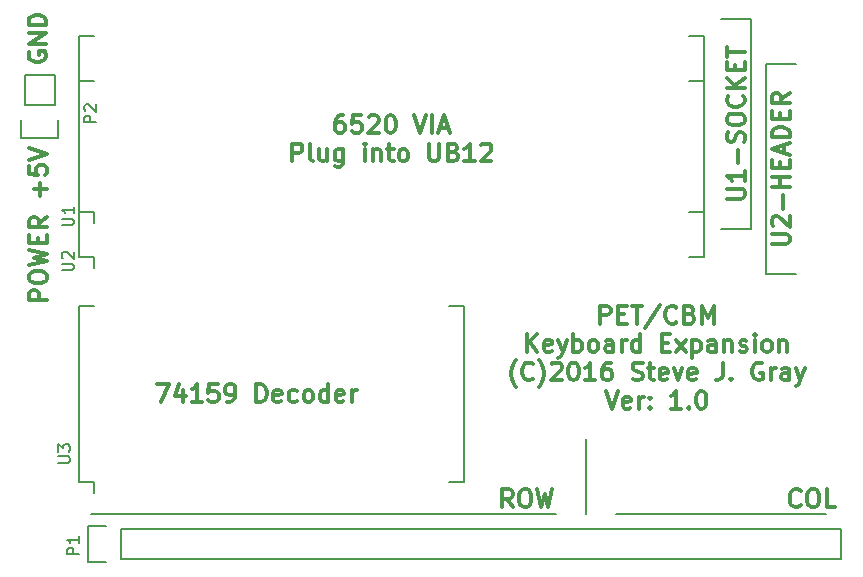
<source format=gto>
G04 #@! TF.FileFunction,Legend,Top*
%FSLAX46Y46*%
G04 Gerber Fmt 4.6, Leading zero omitted, Abs format (unit mm)*
G04 Created by KiCad (PCBNEW 4.0.2-stable) date 2016-04-27 10:36:02 AM*
%MOMM*%
G01*
G04 APERTURE LIST*
%ADD10C,0.100000*%
%ADD11C,0.300000*%
%ADD12C,0.200000*%
%ADD13C,0.150000*%
G04 APERTURE END LIST*
D10*
D11*
X112851500Y-62483857D02*
X112780071Y-62626714D01*
X112780071Y-62841000D01*
X112851500Y-63055285D01*
X112994357Y-63198143D01*
X113137214Y-63269571D01*
X113422929Y-63341000D01*
X113637214Y-63341000D01*
X113922929Y-63269571D01*
X114065786Y-63198143D01*
X114208643Y-63055285D01*
X114280071Y-62841000D01*
X114280071Y-62698143D01*
X114208643Y-62483857D01*
X114137214Y-62412428D01*
X113637214Y-62412428D01*
X113637214Y-62698143D01*
X114280071Y-61769571D02*
X112780071Y-61769571D01*
X114280071Y-60912428D01*
X112780071Y-60912428D01*
X114280071Y-60198142D02*
X112780071Y-60198142D01*
X112780071Y-59840999D01*
X112851500Y-59626714D01*
X112994357Y-59483856D01*
X113137214Y-59412428D01*
X113422929Y-59340999D01*
X113637214Y-59340999D01*
X113922929Y-59412428D01*
X114065786Y-59483856D01*
X114208643Y-59626714D01*
X114280071Y-59840999D01*
X114280071Y-60198142D01*
D12*
X160020000Y-95250000D02*
X160020000Y-101600000D01*
D11*
X114343571Y-83473928D02*
X112843571Y-83473928D01*
X112843571Y-82902500D01*
X112915000Y-82759642D01*
X112986429Y-82688214D01*
X113129286Y-82616785D01*
X113343571Y-82616785D01*
X113486429Y-82688214D01*
X113557857Y-82759642D01*
X113629286Y-82902500D01*
X113629286Y-83473928D01*
X112843571Y-81688214D02*
X112843571Y-81402500D01*
X112915000Y-81259642D01*
X113057857Y-81116785D01*
X113343571Y-81045357D01*
X113843571Y-81045357D01*
X114129286Y-81116785D01*
X114272143Y-81259642D01*
X114343571Y-81402500D01*
X114343571Y-81688214D01*
X114272143Y-81831071D01*
X114129286Y-81973928D01*
X113843571Y-82045357D01*
X113343571Y-82045357D01*
X113057857Y-81973928D01*
X112915000Y-81831071D01*
X112843571Y-81688214D01*
X112843571Y-80545356D02*
X114343571Y-80188213D01*
X113272143Y-79902499D01*
X114343571Y-79616785D01*
X112843571Y-79259642D01*
X113557857Y-78688213D02*
X113557857Y-78188213D01*
X114343571Y-77973927D02*
X114343571Y-78688213D01*
X112843571Y-78688213D01*
X112843571Y-77973927D01*
X114343571Y-76473927D02*
X113629286Y-76973927D01*
X114343571Y-77331070D02*
X112843571Y-77331070D01*
X112843571Y-76759642D01*
X112915000Y-76616784D01*
X112986429Y-76545356D01*
X113129286Y-76473927D01*
X113343571Y-76473927D01*
X113486429Y-76545356D01*
X113557857Y-76616784D01*
X113629286Y-76759642D01*
X113629286Y-77331070D01*
X113772143Y-74688213D02*
X113772143Y-73545356D01*
X114343571Y-74116785D02*
X113200714Y-74116785D01*
X112843571Y-72116784D02*
X112843571Y-72831070D01*
X113557857Y-72902499D01*
X113486429Y-72831070D01*
X113415000Y-72688213D01*
X113415000Y-72331070D01*
X113486429Y-72188213D01*
X113557857Y-72116784D01*
X113700714Y-72045356D01*
X114057857Y-72045356D01*
X114200714Y-72116784D01*
X114272143Y-72188213D01*
X114343571Y-72331070D01*
X114343571Y-72688213D01*
X114272143Y-72831070D01*
X114200714Y-72902499D01*
X112843571Y-71616785D02*
X114343571Y-71116785D01*
X112843571Y-70616785D01*
X139438573Y-67828571D02*
X139152859Y-67828571D01*
X139010002Y-67900000D01*
X138938573Y-67971429D01*
X138795716Y-68185714D01*
X138724287Y-68471429D01*
X138724287Y-69042857D01*
X138795716Y-69185714D01*
X138867144Y-69257143D01*
X139010002Y-69328571D01*
X139295716Y-69328571D01*
X139438573Y-69257143D01*
X139510002Y-69185714D01*
X139581430Y-69042857D01*
X139581430Y-68685714D01*
X139510002Y-68542857D01*
X139438573Y-68471429D01*
X139295716Y-68400000D01*
X139010002Y-68400000D01*
X138867144Y-68471429D01*
X138795716Y-68542857D01*
X138724287Y-68685714D01*
X140938573Y-67828571D02*
X140224287Y-67828571D01*
X140152858Y-68542857D01*
X140224287Y-68471429D01*
X140367144Y-68400000D01*
X140724287Y-68400000D01*
X140867144Y-68471429D01*
X140938573Y-68542857D01*
X141010001Y-68685714D01*
X141010001Y-69042857D01*
X140938573Y-69185714D01*
X140867144Y-69257143D01*
X140724287Y-69328571D01*
X140367144Y-69328571D01*
X140224287Y-69257143D01*
X140152858Y-69185714D01*
X141581429Y-67971429D02*
X141652858Y-67900000D01*
X141795715Y-67828571D01*
X142152858Y-67828571D01*
X142295715Y-67900000D01*
X142367144Y-67971429D01*
X142438572Y-68114286D01*
X142438572Y-68257143D01*
X142367144Y-68471429D01*
X141510001Y-69328571D01*
X142438572Y-69328571D01*
X143367143Y-67828571D02*
X143510000Y-67828571D01*
X143652857Y-67900000D01*
X143724286Y-67971429D01*
X143795715Y-68114286D01*
X143867143Y-68400000D01*
X143867143Y-68757143D01*
X143795715Y-69042857D01*
X143724286Y-69185714D01*
X143652857Y-69257143D01*
X143510000Y-69328571D01*
X143367143Y-69328571D01*
X143224286Y-69257143D01*
X143152857Y-69185714D01*
X143081429Y-69042857D01*
X143010000Y-68757143D01*
X143010000Y-68400000D01*
X143081429Y-68114286D01*
X143152857Y-67971429D01*
X143224286Y-67900000D01*
X143367143Y-67828571D01*
X145438571Y-67828571D02*
X145938571Y-69328571D01*
X146438571Y-67828571D01*
X146938571Y-69328571D02*
X146938571Y-67828571D01*
X147581428Y-68900000D02*
X148295714Y-68900000D01*
X147438571Y-69328571D02*
X147938571Y-67828571D01*
X148438571Y-69328571D01*
X135117143Y-71728571D02*
X135117143Y-70228571D01*
X135688571Y-70228571D01*
X135831429Y-70300000D01*
X135902857Y-70371429D01*
X135974286Y-70514286D01*
X135974286Y-70728571D01*
X135902857Y-70871429D01*
X135831429Y-70942857D01*
X135688571Y-71014286D01*
X135117143Y-71014286D01*
X136831429Y-71728571D02*
X136688571Y-71657143D01*
X136617143Y-71514286D01*
X136617143Y-70228571D01*
X138045714Y-70728571D02*
X138045714Y-71728571D01*
X137402857Y-70728571D02*
X137402857Y-71514286D01*
X137474285Y-71657143D01*
X137617143Y-71728571D01*
X137831428Y-71728571D01*
X137974285Y-71657143D01*
X138045714Y-71585714D01*
X139402857Y-70728571D02*
X139402857Y-71942857D01*
X139331428Y-72085714D01*
X139260000Y-72157143D01*
X139117143Y-72228571D01*
X138902857Y-72228571D01*
X138760000Y-72157143D01*
X139402857Y-71657143D02*
X139260000Y-71728571D01*
X138974286Y-71728571D01*
X138831428Y-71657143D01*
X138760000Y-71585714D01*
X138688571Y-71442857D01*
X138688571Y-71014286D01*
X138760000Y-70871429D01*
X138831428Y-70800000D01*
X138974286Y-70728571D01*
X139260000Y-70728571D01*
X139402857Y-70800000D01*
X141260000Y-71728571D02*
X141260000Y-70728571D01*
X141260000Y-70228571D02*
X141188571Y-70300000D01*
X141260000Y-70371429D01*
X141331428Y-70300000D01*
X141260000Y-70228571D01*
X141260000Y-70371429D01*
X141974286Y-70728571D02*
X141974286Y-71728571D01*
X141974286Y-70871429D02*
X142045714Y-70800000D01*
X142188572Y-70728571D01*
X142402857Y-70728571D01*
X142545714Y-70800000D01*
X142617143Y-70942857D01*
X142617143Y-71728571D01*
X143117143Y-70728571D02*
X143688572Y-70728571D01*
X143331429Y-70228571D02*
X143331429Y-71514286D01*
X143402857Y-71657143D01*
X143545715Y-71728571D01*
X143688572Y-71728571D01*
X144402858Y-71728571D02*
X144260000Y-71657143D01*
X144188572Y-71585714D01*
X144117143Y-71442857D01*
X144117143Y-71014286D01*
X144188572Y-70871429D01*
X144260000Y-70800000D01*
X144402858Y-70728571D01*
X144617143Y-70728571D01*
X144760000Y-70800000D01*
X144831429Y-70871429D01*
X144902858Y-71014286D01*
X144902858Y-71442857D01*
X144831429Y-71585714D01*
X144760000Y-71657143D01*
X144617143Y-71728571D01*
X144402858Y-71728571D01*
X146688572Y-70228571D02*
X146688572Y-71442857D01*
X146760000Y-71585714D01*
X146831429Y-71657143D01*
X146974286Y-71728571D01*
X147260000Y-71728571D01*
X147402858Y-71657143D01*
X147474286Y-71585714D01*
X147545715Y-71442857D01*
X147545715Y-70228571D01*
X148760001Y-70942857D02*
X148974287Y-71014286D01*
X149045715Y-71085714D01*
X149117144Y-71228571D01*
X149117144Y-71442857D01*
X149045715Y-71585714D01*
X148974287Y-71657143D01*
X148831429Y-71728571D01*
X148260001Y-71728571D01*
X148260001Y-70228571D01*
X148760001Y-70228571D01*
X148902858Y-70300000D01*
X148974287Y-70371429D01*
X149045715Y-70514286D01*
X149045715Y-70657143D01*
X148974287Y-70800000D01*
X148902858Y-70871429D01*
X148760001Y-70942857D01*
X148260001Y-70942857D01*
X150545715Y-71728571D02*
X149688572Y-71728571D01*
X150117144Y-71728571D02*
X150117144Y-70228571D01*
X149974287Y-70442857D01*
X149831429Y-70585714D01*
X149688572Y-70657143D01*
X151117143Y-70371429D02*
X151188572Y-70300000D01*
X151331429Y-70228571D01*
X151688572Y-70228571D01*
X151831429Y-70300000D01*
X151902858Y-70371429D01*
X151974286Y-70514286D01*
X151974286Y-70657143D01*
X151902858Y-70871429D01*
X151045715Y-71728571D01*
X151974286Y-71728571D01*
X123651431Y-90618571D02*
X124651431Y-90618571D01*
X124008574Y-92118571D01*
X125865716Y-91118571D02*
X125865716Y-92118571D01*
X125508573Y-90547143D02*
X125151430Y-91618571D01*
X126080002Y-91618571D01*
X127437144Y-92118571D02*
X126580001Y-92118571D01*
X127008573Y-92118571D02*
X127008573Y-90618571D01*
X126865716Y-90832857D01*
X126722858Y-90975714D01*
X126580001Y-91047143D01*
X128794287Y-90618571D02*
X128080001Y-90618571D01*
X128008572Y-91332857D01*
X128080001Y-91261429D01*
X128222858Y-91190000D01*
X128580001Y-91190000D01*
X128722858Y-91261429D01*
X128794287Y-91332857D01*
X128865715Y-91475714D01*
X128865715Y-91832857D01*
X128794287Y-91975714D01*
X128722858Y-92047143D01*
X128580001Y-92118571D01*
X128222858Y-92118571D01*
X128080001Y-92047143D01*
X128008572Y-91975714D01*
X129580000Y-92118571D02*
X129865715Y-92118571D01*
X130008572Y-92047143D01*
X130080000Y-91975714D01*
X130222858Y-91761429D01*
X130294286Y-91475714D01*
X130294286Y-90904286D01*
X130222858Y-90761429D01*
X130151429Y-90690000D01*
X130008572Y-90618571D01*
X129722858Y-90618571D01*
X129580000Y-90690000D01*
X129508572Y-90761429D01*
X129437143Y-90904286D01*
X129437143Y-91261429D01*
X129508572Y-91404286D01*
X129580000Y-91475714D01*
X129722858Y-91547143D01*
X130008572Y-91547143D01*
X130151429Y-91475714D01*
X130222858Y-91404286D01*
X130294286Y-91261429D01*
X132080000Y-92118571D02*
X132080000Y-90618571D01*
X132437143Y-90618571D01*
X132651428Y-90690000D01*
X132794286Y-90832857D01*
X132865714Y-90975714D01*
X132937143Y-91261429D01*
X132937143Y-91475714D01*
X132865714Y-91761429D01*
X132794286Y-91904286D01*
X132651428Y-92047143D01*
X132437143Y-92118571D01*
X132080000Y-92118571D01*
X134151428Y-92047143D02*
X134008571Y-92118571D01*
X133722857Y-92118571D01*
X133580000Y-92047143D01*
X133508571Y-91904286D01*
X133508571Y-91332857D01*
X133580000Y-91190000D01*
X133722857Y-91118571D01*
X134008571Y-91118571D01*
X134151428Y-91190000D01*
X134222857Y-91332857D01*
X134222857Y-91475714D01*
X133508571Y-91618571D01*
X135508571Y-92047143D02*
X135365714Y-92118571D01*
X135080000Y-92118571D01*
X134937142Y-92047143D01*
X134865714Y-91975714D01*
X134794285Y-91832857D01*
X134794285Y-91404286D01*
X134865714Y-91261429D01*
X134937142Y-91190000D01*
X135080000Y-91118571D01*
X135365714Y-91118571D01*
X135508571Y-91190000D01*
X136365714Y-92118571D02*
X136222856Y-92047143D01*
X136151428Y-91975714D01*
X136079999Y-91832857D01*
X136079999Y-91404286D01*
X136151428Y-91261429D01*
X136222856Y-91190000D01*
X136365714Y-91118571D01*
X136579999Y-91118571D01*
X136722856Y-91190000D01*
X136794285Y-91261429D01*
X136865714Y-91404286D01*
X136865714Y-91832857D01*
X136794285Y-91975714D01*
X136722856Y-92047143D01*
X136579999Y-92118571D01*
X136365714Y-92118571D01*
X138151428Y-92118571D02*
X138151428Y-90618571D01*
X138151428Y-92047143D02*
X138008571Y-92118571D01*
X137722857Y-92118571D01*
X137579999Y-92047143D01*
X137508571Y-91975714D01*
X137437142Y-91832857D01*
X137437142Y-91404286D01*
X137508571Y-91261429D01*
X137579999Y-91190000D01*
X137722857Y-91118571D01*
X138008571Y-91118571D01*
X138151428Y-91190000D01*
X139437142Y-92047143D02*
X139294285Y-92118571D01*
X139008571Y-92118571D01*
X138865714Y-92047143D01*
X138794285Y-91904286D01*
X138794285Y-91332857D01*
X138865714Y-91190000D01*
X139008571Y-91118571D01*
X139294285Y-91118571D01*
X139437142Y-91190000D01*
X139508571Y-91332857D01*
X139508571Y-91475714D01*
X138794285Y-91618571D01*
X140151428Y-92118571D02*
X140151428Y-91118571D01*
X140151428Y-91404286D02*
X140222856Y-91261429D01*
X140294285Y-91190000D01*
X140437142Y-91118571D01*
X140579999Y-91118571D01*
X175708571Y-78747143D02*
X176922857Y-78747143D01*
X177065714Y-78675715D01*
X177137143Y-78604286D01*
X177208571Y-78461429D01*
X177208571Y-78175715D01*
X177137143Y-78032857D01*
X177065714Y-77961429D01*
X176922857Y-77890000D01*
X175708571Y-77890000D01*
X175851429Y-77247143D02*
X175780000Y-77175714D01*
X175708571Y-77032857D01*
X175708571Y-76675714D01*
X175780000Y-76532857D01*
X175851429Y-76461428D01*
X175994286Y-76390000D01*
X176137143Y-76390000D01*
X176351429Y-76461428D01*
X177208571Y-77318571D01*
X177208571Y-76390000D01*
X176637143Y-75747143D02*
X176637143Y-74604286D01*
X177208571Y-73890000D02*
X175708571Y-73890000D01*
X176422857Y-73890000D02*
X176422857Y-73032857D01*
X177208571Y-73032857D02*
X175708571Y-73032857D01*
X176422857Y-72318571D02*
X176422857Y-71818571D01*
X177208571Y-71604285D02*
X177208571Y-72318571D01*
X175708571Y-72318571D01*
X175708571Y-71604285D01*
X176780000Y-71032857D02*
X176780000Y-70318571D01*
X177208571Y-71175714D02*
X175708571Y-70675714D01*
X177208571Y-70175714D01*
X177208571Y-69675714D02*
X175708571Y-69675714D01*
X175708571Y-69318571D01*
X175780000Y-69104286D01*
X175922857Y-68961428D01*
X176065714Y-68890000D01*
X176351429Y-68818571D01*
X176565714Y-68818571D01*
X176851429Y-68890000D01*
X176994286Y-68961428D01*
X177137143Y-69104286D01*
X177208571Y-69318571D01*
X177208571Y-69675714D01*
X176422857Y-68175714D02*
X176422857Y-67675714D01*
X177208571Y-67461428D02*
X177208571Y-68175714D01*
X175708571Y-68175714D01*
X175708571Y-67461428D01*
X177208571Y-65961428D02*
X176494286Y-66461428D01*
X177208571Y-66818571D02*
X175708571Y-66818571D01*
X175708571Y-66247143D01*
X175780000Y-66104285D01*
X175851429Y-66032857D01*
X175994286Y-65961428D01*
X176208571Y-65961428D01*
X176351429Y-66032857D01*
X176422857Y-66104285D01*
X176494286Y-66247143D01*
X176494286Y-66818571D01*
X171898571Y-74901428D02*
X173112857Y-74901428D01*
X173255714Y-74830000D01*
X173327143Y-74758571D01*
X173398571Y-74615714D01*
X173398571Y-74330000D01*
X173327143Y-74187142D01*
X173255714Y-74115714D01*
X173112857Y-74044285D01*
X171898571Y-74044285D01*
X173398571Y-72544285D02*
X173398571Y-73401428D01*
X173398571Y-72972856D02*
X171898571Y-72972856D01*
X172112857Y-73115713D01*
X172255714Y-73258571D01*
X172327143Y-73401428D01*
X172827143Y-71901428D02*
X172827143Y-70758571D01*
X173327143Y-70115714D02*
X173398571Y-69901428D01*
X173398571Y-69544285D01*
X173327143Y-69401428D01*
X173255714Y-69329999D01*
X173112857Y-69258571D01*
X172970000Y-69258571D01*
X172827143Y-69329999D01*
X172755714Y-69401428D01*
X172684286Y-69544285D01*
X172612857Y-69829999D01*
X172541429Y-69972857D01*
X172470000Y-70044285D01*
X172327143Y-70115714D01*
X172184286Y-70115714D01*
X172041429Y-70044285D01*
X171970000Y-69972857D01*
X171898571Y-69829999D01*
X171898571Y-69472857D01*
X171970000Y-69258571D01*
X171898571Y-68330000D02*
X171898571Y-68044286D01*
X171970000Y-67901428D01*
X172112857Y-67758571D01*
X172398571Y-67687143D01*
X172898571Y-67687143D01*
X173184286Y-67758571D01*
X173327143Y-67901428D01*
X173398571Y-68044286D01*
X173398571Y-68330000D01*
X173327143Y-68472857D01*
X173184286Y-68615714D01*
X172898571Y-68687143D01*
X172398571Y-68687143D01*
X172112857Y-68615714D01*
X171970000Y-68472857D01*
X171898571Y-68330000D01*
X173255714Y-66187142D02*
X173327143Y-66258571D01*
X173398571Y-66472857D01*
X173398571Y-66615714D01*
X173327143Y-66829999D01*
X173184286Y-66972857D01*
X173041429Y-67044285D01*
X172755714Y-67115714D01*
X172541429Y-67115714D01*
X172255714Y-67044285D01*
X172112857Y-66972857D01*
X171970000Y-66829999D01*
X171898571Y-66615714D01*
X171898571Y-66472857D01*
X171970000Y-66258571D01*
X172041429Y-66187142D01*
X173398571Y-65544285D02*
X171898571Y-65544285D01*
X173398571Y-64687142D02*
X172541429Y-65329999D01*
X171898571Y-64687142D02*
X172755714Y-65544285D01*
X172612857Y-64044285D02*
X172612857Y-63544285D01*
X173398571Y-63329999D02*
X173398571Y-64044285D01*
X171898571Y-64044285D01*
X171898571Y-63329999D01*
X171898571Y-62901428D02*
X171898571Y-62044285D01*
X173398571Y-62472856D02*
X171898571Y-62472856D01*
D12*
X175260000Y-81280000D02*
X177800000Y-81280000D01*
X175260000Y-63500000D02*
X175260000Y-81280000D01*
X177800000Y-63500000D02*
X175260000Y-63500000D01*
X173990000Y-59690000D02*
X171450000Y-59690000D01*
X173990000Y-77470000D02*
X173990000Y-59690000D01*
X171450000Y-77470000D02*
X173990000Y-77470000D01*
D11*
X178141429Y-100865714D02*
X178070000Y-100937143D01*
X177855714Y-101008571D01*
X177712857Y-101008571D01*
X177498572Y-100937143D01*
X177355714Y-100794286D01*
X177284286Y-100651429D01*
X177212857Y-100365714D01*
X177212857Y-100151429D01*
X177284286Y-99865714D01*
X177355714Y-99722857D01*
X177498572Y-99580000D01*
X177712857Y-99508571D01*
X177855714Y-99508571D01*
X178070000Y-99580000D01*
X178141429Y-99651429D01*
X179070000Y-99508571D02*
X179355714Y-99508571D01*
X179498572Y-99580000D01*
X179641429Y-99722857D01*
X179712857Y-100008571D01*
X179712857Y-100508571D01*
X179641429Y-100794286D01*
X179498572Y-100937143D01*
X179355714Y-101008571D01*
X179070000Y-101008571D01*
X178927143Y-100937143D01*
X178784286Y-100794286D01*
X178712857Y-100508571D01*
X178712857Y-100008571D01*
X178784286Y-99722857D01*
X178927143Y-99580000D01*
X179070000Y-99508571D01*
X181070001Y-101008571D02*
X180355715Y-101008571D01*
X180355715Y-99508571D01*
X153761429Y-101008571D02*
X153261429Y-100294286D01*
X152904286Y-101008571D02*
X152904286Y-99508571D01*
X153475714Y-99508571D01*
X153618572Y-99580000D01*
X153690000Y-99651429D01*
X153761429Y-99794286D01*
X153761429Y-100008571D01*
X153690000Y-100151429D01*
X153618572Y-100222857D01*
X153475714Y-100294286D01*
X152904286Y-100294286D01*
X154690000Y-99508571D02*
X154975714Y-99508571D01*
X155118572Y-99580000D01*
X155261429Y-99722857D01*
X155332857Y-100008571D01*
X155332857Y-100508571D01*
X155261429Y-100794286D01*
X155118572Y-100937143D01*
X154975714Y-101008571D01*
X154690000Y-101008571D01*
X154547143Y-100937143D01*
X154404286Y-100794286D01*
X154332857Y-100508571D01*
X154332857Y-100008571D01*
X154404286Y-99722857D01*
X154547143Y-99580000D01*
X154690000Y-99508571D01*
X155832858Y-99508571D02*
X156190001Y-101008571D01*
X156475715Y-99937143D01*
X156761429Y-101008571D01*
X157118572Y-99508571D01*
D12*
X162560000Y-101600000D02*
X180340000Y-101600000D01*
X157480000Y-101600000D02*
X156210000Y-101600000D01*
X118110000Y-101600000D02*
X157480000Y-101600000D01*
D11*
X161203286Y-85470571D02*
X161203286Y-83970571D01*
X161774714Y-83970571D01*
X161917572Y-84042000D01*
X161989000Y-84113429D01*
X162060429Y-84256286D01*
X162060429Y-84470571D01*
X161989000Y-84613429D01*
X161917572Y-84684857D01*
X161774714Y-84756286D01*
X161203286Y-84756286D01*
X162703286Y-84684857D02*
X163203286Y-84684857D01*
X163417572Y-85470571D02*
X162703286Y-85470571D01*
X162703286Y-83970571D01*
X163417572Y-83970571D01*
X163846143Y-83970571D02*
X164703286Y-83970571D01*
X164274715Y-85470571D02*
X164274715Y-83970571D01*
X166274714Y-83899143D02*
X164989000Y-85827714D01*
X167631858Y-85327714D02*
X167560429Y-85399143D01*
X167346143Y-85470571D01*
X167203286Y-85470571D01*
X166989001Y-85399143D01*
X166846143Y-85256286D01*
X166774715Y-85113429D01*
X166703286Y-84827714D01*
X166703286Y-84613429D01*
X166774715Y-84327714D01*
X166846143Y-84184857D01*
X166989001Y-84042000D01*
X167203286Y-83970571D01*
X167346143Y-83970571D01*
X167560429Y-84042000D01*
X167631858Y-84113429D01*
X168774715Y-84684857D02*
X168989001Y-84756286D01*
X169060429Y-84827714D01*
X169131858Y-84970571D01*
X169131858Y-85184857D01*
X169060429Y-85327714D01*
X168989001Y-85399143D01*
X168846143Y-85470571D01*
X168274715Y-85470571D01*
X168274715Y-83970571D01*
X168774715Y-83970571D01*
X168917572Y-84042000D01*
X168989001Y-84113429D01*
X169060429Y-84256286D01*
X169060429Y-84399143D01*
X168989001Y-84542000D01*
X168917572Y-84613429D01*
X168774715Y-84684857D01*
X168274715Y-84684857D01*
X169774715Y-85470571D02*
X169774715Y-83970571D01*
X170274715Y-85042000D01*
X170774715Y-83970571D01*
X170774715Y-85470571D01*
X154989000Y-87870571D02*
X154989000Y-86370571D01*
X155846143Y-87870571D02*
X155203286Y-87013429D01*
X155846143Y-86370571D02*
X154989000Y-87227714D01*
X157060428Y-87799143D02*
X156917571Y-87870571D01*
X156631857Y-87870571D01*
X156489000Y-87799143D01*
X156417571Y-87656286D01*
X156417571Y-87084857D01*
X156489000Y-86942000D01*
X156631857Y-86870571D01*
X156917571Y-86870571D01*
X157060428Y-86942000D01*
X157131857Y-87084857D01*
X157131857Y-87227714D01*
X156417571Y-87370571D01*
X157631857Y-86870571D02*
X157989000Y-87870571D01*
X158346142Y-86870571D02*
X157989000Y-87870571D01*
X157846142Y-88227714D01*
X157774714Y-88299143D01*
X157631857Y-88370571D01*
X158917571Y-87870571D02*
X158917571Y-86370571D01*
X158917571Y-86942000D02*
X159060428Y-86870571D01*
X159346142Y-86870571D01*
X159488999Y-86942000D01*
X159560428Y-87013429D01*
X159631857Y-87156286D01*
X159631857Y-87584857D01*
X159560428Y-87727714D01*
X159488999Y-87799143D01*
X159346142Y-87870571D01*
X159060428Y-87870571D01*
X158917571Y-87799143D01*
X160489000Y-87870571D02*
X160346142Y-87799143D01*
X160274714Y-87727714D01*
X160203285Y-87584857D01*
X160203285Y-87156286D01*
X160274714Y-87013429D01*
X160346142Y-86942000D01*
X160489000Y-86870571D01*
X160703285Y-86870571D01*
X160846142Y-86942000D01*
X160917571Y-87013429D01*
X160989000Y-87156286D01*
X160989000Y-87584857D01*
X160917571Y-87727714D01*
X160846142Y-87799143D01*
X160703285Y-87870571D01*
X160489000Y-87870571D01*
X162274714Y-87870571D02*
X162274714Y-87084857D01*
X162203285Y-86942000D01*
X162060428Y-86870571D01*
X161774714Y-86870571D01*
X161631857Y-86942000D01*
X162274714Y-87799143D02*
X162131857Y-87870571D01*
X161774714Y-87870571D01*
X161631857Y-87799143D01*
X161560428Y-87656286D01*
X161560428Y-87513429D01*
X161631857Y-87370571D01*
X161774714Y-87299143D01*
X162131857Y-87299143D01*
X162274714Y-87227714D01*
X162989000Y-87870571D02*
X162989000Y-86870571D01*
X162989000Y-87156286D02*
X163060428Y-87013429D01*
X163131857Y-86942000D01*
X163274714Y-86870571D01*
X163417571Y-86870571D01*
X164560428Y-87870571D02*
X164560428Y-86370571D01*
X164560428Y-87799143D02*
X164417571Y-87870571D01*
X164131857Y-87870571D01*
X163988999Y-87799143D01*
X163917571Y-87727714D01*
X163846142Y-87584857D01*
X163846142Y-87156286D01*
X163917571Y-87013429D01*
X163988999Y-86942000D01*
X164131857Y-86870571D01*
X164417571Y-86870571D01*
X164560428Y-86942000D01*
X166417571Y-87084857D02*
X166917571Y-87084857D01*
X167131857Y-87870571D02*
X166417571Y-87870571D01*
X166417571Y-86370571D01*
X167131857Y-86370571D01*
X167631857Y-87870571D02*
X168417571Y-86870571D01*
X167631857Y-86870571D02*
X168417571Y-87870571D01*
X168989000Y-86870571D02*
X168989000Y-88370571D01*
X168989000Y-86942000D02*
X169131857Y-86870571D01*
X169417571Y-86870571D01*
X169560428Y-86942000D01*
X169631857Y-87013429D01*
X169703286Y-87156286D01*
X169703286Y-87584857D01*
X169631857Y-87727714D01*
X169560428Y-87799143D01*
X169417571Y-87870571D01*
X169131857Y-87870571D01*
X168989000Y-87799143D01*
X170989000Y-87870571D02*
X170989000Y-87084857D01*
X170917571Y-86942000D01*
X170774714Y-86870571D01*
X170489000Y-86870571D01*
X170346143Y-86942000D01*
X170989000Y-87799143D02*
X170846143Y-87870571D01*
X170489000Y-87870571D01*
X170346143Y-87799143D01*
X170274714Y-87656286D01*
X170274714Y-87513429D01*
X170346143Y-87370571D01*
X170489000Y-87299143D01*
X170846143Y-87299143D01*
X170989000Y-87227714D01*
X171703286Y-86870571D02*
X171703286Y-87870571D01*
X171703286Y-87013429D02*
X171774714Y-86942000D01*
X171917572Y-86870571D01*
X172131857Y-86870571D01*
X172274714Y-86942000D01*
X172346143Y-87084857D01*
X172346143Y-87870571D01*
X172989000Y-87799143D02*
X173131857Y-87870571D01*
X173417572Y-87870571D01*
X173560429Y-87799143D01*
X173631857Y-87656286D01*
X173631857Y-87584857D01*
X173560429Y-87442000D01*
X173417572Y-87370571D01*
X173203286Y-87370571D01*
X173060429Y-87299143D01*
X172989000Y-87156286D01*
X172989000Y-87084857D01*
X173060429Y-86942000D01*
X173203286Y-86870571D01*
X173417572Y-86870571D01*
X173560429Y-86942000D01*
X174274715Y-87870571D02*
X174274715Y-86870571D01*
X174274715Y-86370571D02*
X174203286Y-86442000D01*
X174274715Y-86513429D01*
X174346143Y-86442000D01*
X174274715Y-86370571D01*
X174274715Y-86513429D01*
X175203287Y-87870571D02*
X175060429Y-87799143D01*
X174989001Y-87727714D01*
X174917572Y-87584857D01*
X174917572Y-87156286D01*
X174989001Y-87013429D01*
X175060429Y-86942000D01*
X175203287Y-86870571D01*
X175417572Y-86870571D01*
X175560429Y-86942000D01*
X175631858Y-87013429D01*
X175703287Y-87156286D01*
X175703287Y-87584857D01*
X175631858Y-87727714D01*
X175560429Y-87799143D01*
X175417572Y-87870571D01*
X175203287Y-87870571D01*
X176346144Y-86870571D02*
X176346144Y-87870571D01*
X176346144Y-87013429D02*
X176417572Y-86942000D01*
X176560430Y-86870571D01*
X176774715Y-86870571D01*
X176917572Y-86942000D01*
X176989001Y-87084857D01*
X176989001Y-87870571D01*
X154060430Y-90842000D02*
X153989002Y-90770571D01*
X153846145Y-90556286D01*
X153774716Y-90413429D01*
X153703287Y-90199143D01*
X153631859Y-89842000D01*
X153631859Y-89556286D01*
X153703287Y-89199143D01*
X153774716Y-88984857D01*
X153846145Y-88842000D01*
X153989002Y-88627714D01*
X154060430Y-88556286D01*
X155489002Y-90127714D02*
X155417573Y-90199143D01*
X155203287Y-90270571D01*
X155060430Y-90270571D01*
X154846145Y-90199143D01*
X154703287Y-90056286D01*
X154631859Y-89913429D01*
X154560430Y-89627714D01*
X154560430Y-89413429D01*
X154631859Y-89127714D01*
X154703287Y-88984857D01*
X154846145Y-88842000D01*
X155060430Y-88770571D01*
X155203287Y-88770571D01*
X155417573Y-88842000D01*
X155489002Y-88913429D01*
X155989002Y-90842000D02*
X156060430Y-90770571D01*
X156203287Y-90556286D01*
X156274716Y-90413429D01*
X156346145Y-90199143D01*
X156417573Y-89842000D01*
X156417573Y-89556286D01*
X156346145Y-89199143D01*
X156274716Y-88984857D01*
X156203287Y-88842000D01*
X156060430Y-88627714D01*
X155989002Y-88556286D01*
X157060430Y-88913429D02*
X157131859Y-88842000D01*
X157274716Y-88770571D01*
X157631859Y-88770571D01*
X157774716Y-88842000D01*
X157846145Y-88913429D01*
X157917573Y-89056286D01*
X157917573Y-89199143D01*
X157846145Y-89413429D01*
X156989002Y-90270571D01*
X157917573Y-90270571D01*
X158846144Y-88770571D02*
X158989001Y-88770571D01*
X159131858Y-88842000D01*
X159203287Y-88913429D01*
X159274716Y-89056286D01*
X159346144Y-89342000D01*
X159346144Y-89699143D01*
X159274716Y-89984857D01*
X159203287Y-90127714D01*
X159131858Y-90199143D01*
X158989001Y-90270571D01*
X158846144Y-90270571D01*
X158703287Y-90199143D01*
X158631858Y-90127714D01*
X158560430Y-89984857D01*
X158489001Y-89699143D01*
X158489001Y-89342000D01*
X158560430Y-89056286D01*
X158631858Y-88913429D01*
X158703287Y-88842000D01*
X158846144Y-88770571D01*
X160774715Y-90270571D02*
X159917572Y-90270571D01*
X160346144Y-90270571D02*
X160346144Y-88770571D01*
X160203287Y-88984857D01*
X160060429Y-89127714D01*
X159917572Y-89199143D01*
X162060429Y-88770571D02*
X161774715Y-88770571D01*
X161631858Y-88842000D01*
X161560429Y-88913429D01*
X161417572Y-89127714D01*
X161346143Y-89413429D01*
X161346143Y-89984857D01*
X161417572Y-90127714D01*
X161489000Y-90199143D01*
X161631858Y-90270571D01*
X161917572Y-90270571D01*
X162060429Y-90199143D01*
X162131858Y-90127714D01*
X162203286Y-89984857D01*
X162203286Y-89627714D01*
X162131858Y-89484857D01*
X162060429Y-89413429D01*
X161917572Y-89342000D01*
X161631858Y-89342000D01*
X161489000Y-89413429D01*
X161417572Y-89484857D01*
X161346143Y-89627714D01*
X163917571Y-90199143D02*
X164131857Y-90270571D01*
X164489000Y-90270571D01*
X164631857Y-90199143D01*
X164703286Y-90127714D01*
X164774714Y-89984857D01*
X164774714Y-89842000D01*
X164703286Y-89699143D01*
X164631857Y-89627714D01*
X164489000Y-89556286D01*
X164203286Y-89484857D01*
X164060428Y-89413429D01*
X163989000Y-89342000D01*
X163917571Y-89199143D01*
X163917571Y-89056286D01*
X163989000Y-88913429D01*
X164060428Y-88842000D01*
X164203286Y-88770571D01*
X164560428Y-88770571D01*
X164774714Y-88842000D01*
X165203285Y-89270571D02*
X165774714Y-89270571D01*
X165417571Y-88770571D02*
X165417571Y-90056286D01*
X165488999Y-90199143D01*
X165631857Y-90270571D01*
X165774714Y-90270571D01*
X166846142Y-90199143D02*
X166703285Y-90270571D01*
X166417571Y-90270571D01*
X166274714Y-90199143D01*
X166203285Y-90056286D01*
X166203285Y-89484857D01*
X166274714Y-89342000D01*
X166417571Y-89270571D01*
X166703285Y-89270571D01*
X166846142Y-89342000D01*
X166917571Y-89484857D01*
X166917571Y-89627714D01*
X166203285Y-89770571D01*
X167417571Y-89270571D02*
X167774714Y-90270571D01*
X168131856Y-89270571D01*
X169274713Y-90199143D02*
X169131856Y-90270571D01*
X168846142Y-90270571D01*
X168703285Y-90199143D01*
X168631856Y-90056286D01*
X168631856Y-89484857D01*
X168703285Y-89342000D01*
X168846142Y-89270571D01*
X169131856Y-89270571D01*
X169274713Y-89342000D01*
X169346142Y-89484857D01*
X169346142Y-89627714D01*
X168631856Y-89770571D01*
X171560427Y-88770571D02*
X171560427Y-89842000D01*
X171488999Y-90056286D01*
X171346142Y-90199143D01*
X171131856Y-90270571D01*
X170988999Y-90270571D01*
X172274713Y-90127714D02*
X172346141Y-90199143D01*
X172274713Y-90270571D01*
X172203284Y-90199143D01*
X172274713Y-90127714D01*
X172274713Y-90270571D01*
X174917570Y-88842000D02*
X174774713Y-88770571D01*
X174560427Y-88770571D01*
X174346142Y-88842000D01*
X174203284Y-88984857D01*
X174131856Y-89127714D01*
X174060427Y-89413429D01*
X174060427Y-89627714D01*
X174131856Y-89913429D01*
X174203284Y-90056286D01*
X174346142Y-90199143D01*
X174560427Y-90270571D01*
X174703284Y-90270571D01*
X174917570Y-90199143D01*
X174988999Y-90127714D01*
X174988999Y-89627714D01*
X174703284Y-89627714D01*
X175631856Y-90270571D02*
X175631856Y-89270571D01*
X175631856Y-89556286D02*
X175703284Y-89413429D01*
X175774713Y-89342000D01*
X175917570Y-89270571D01*
X176060427Y-89270571D01*
X177203284Y-90270571D02*
X177203284Y-89484857D01*
X177131855Y-89342000D01*
X176988998Y-89270571D01*
X176703284Y-89270571D01*
X176560427Y-89342000D01*
X177203284Y-90199143D02*
X177060427Y-90270571D01*
X176703284Y-90270571D01*
X176560427Y-90199143D01*
X176488998Y-90056286D01*
X176488998Y-89913429D01*
X176560427Y-89770571D01*
X176703284Y-89699143D01*
X177060427Y-89699143D01*
X177203284Y-89627714D01*
X177774713Y-89270571D02*
X178131856Y-90270571D01*
X178488998Y-89270571D02*
X178131856Y-90270571D01*
X177988998Y-90627714D01*
X177917570Y-90699143D01*
X177774713Y-90770571D01*
X161667572Y-91170571D02*
X162167572Y-92670571D01*
X162667572Y-91170571D01*
X163739000Y-92599143D02*
X163596143Y-92670571D01*
X163310429Y-92670571D01*
X163167572Y-92599143D01*
X163096143Y-92456286D01*
X163096143Y-91884857D01*
X163167572Y-91742000D01*
X163310429Y-91670571D01*
X163596143Y-91670571D01*
X163739000Y-91742000D01*
X163810429Y-91884857D01*
X163810429Y-92027714D01*
X163096143Y-92170571D01*
X164453286Y-92670571D02*
X164453286Y-91670571D01*
X164453286Y-91956286D02*
X164524714Y-91813429D01*
X164596143Y-91742000D01*
X164739000Y-91670571D01*
X164881857Y-91670571D01*
X165381857Y-92527714D02*
X165453285Y-92599143D01*
X165381857Y-92670571D01*
X165310428Y-92599143D01*
X165381857Y-92527714D01*
X165381857Y-92670571D01*
X165381857Y-91742000D02*
X165453285Y-91813429D01*
X165381857Y-91884857D01*
X165310428Y-91813429D01*
X165381857Y-91742000D01*
X165381857Y-91884857D01*
X168024714Y-92670571D02*
X167167571Y-92670571D01*
X167596143Y-92670571D02*
X167596143Y-91170571D01*
X167453286Y-91384857D01*
X167310428Y-91527714D01*
X167167571Y-91599143D01*
X168667571Y-92527714D02*
X168738999Y-92599143D01*
X168667571Y-92670571D01*
X168596142Y-92599143D01*
X168667571Y-92527714D01*
X168667571Y-92670571D01*
X169667571Y-91170571D02*
X169810428Y-91170571D01*
X169953285Y-91242000D01*
X170024714Y-91313429D01*
X170096143Y-91456286D01*
X170167571Y-91742000D01*
X170167571Y-92099143D01*
X170096143Y-92384857D01*
X170024714Y-92527714D01*
X169953285Y-92599143D01*
X169810428Y-92670571D01*
X169667571Y-92670571D01*
X169524714Y-92599143D01*
X169453285Y-92527714D01*
X169381857Y-92384857D01*
X169310428Y-92099143D01*
X169310428Y-91742000D01*
X169381857Y-91456286D01*
X169453285Y-91313429D01*
X169524714Y-91242000D01*
X169667571Y-91170571D01*
D13*
X120650000Y-105410000D02*
X181610000Y-105410000D01*
X181610000Y-105410000D02*
X181610000Y-102870000D01*
X181610000Y-102870000D02*
X120650000Y-102870000D01*
X117830000Y-102590000D02*
X119380000Y-102590000D01*
X120650000Y-102870000D02*
X120650000Y-105410000D01*
X119380000Y-105690000D02*
X117830000Y-105690000D01*
X117830000Y-105690000D02*
X117830000Y-102590000D01*
X117085000Y-76065000D02*
X118355000Y-76065000D01*
X117085000Y-61095000D02*
X118355000Y-61095000D01*
X169935000Y-61095000D02*
X168665000Y-61095000D01*
X169935000Y-76065000D02*
X168665000Y-76065000D01*
X117085000Y-76065000D02*
X117085000Y-61095000D01*
X169935000Y-76065000D02*
X169935000Y-61095000D01*
X118355000Y-76065000D02*
X118355000Y-77000000D01*
X117085000Y-79875000D02*
X118355000Y-79875000D01*
X117085000Y-64905000D02*
X118355000Y-64905000D01*
X169935000Y-64905000D02*
X168665000Y-64905000D01*
X169935000Y-79875000D02*
X168665000Y-79875000D01*
X117085000Y-79875000D02*
X117085000Y-64905000D01*
X169935000Y-79875000D02*
X169935000Y-64905000D01*
X118355000Y-79875000D02*
X118355000Y-80810000D01*
X117085000Y-98925000D02*
X118355000Y-98925000D01*
X117085000Y-83955000D02*
X118355000Y-83955000D01*
X149615000Y-83955000D02*
X148345000Y-83955000D01*
X149615000Y-98925000D02*
X148345000Y-98925000D01*
X117085000Y-98925000D02*
X117085000Y-83955000D01*
X149615000Y-98925000D02*
X149615000Y-83955000D01*
X118355000Y-98925000D02*
X118355000Y-99860000D01*
X112458500Y-66929000D02*
X112458500Y-64389000D01*
X112178500Y-69749000D02*
X112178500Y-68199000D01*
X112458500Y-66929000D02*
X114998500Y-66929000D01*
X115278500Y-68199000D02*
X115278500Y-69749000D01*
X115278500Y-69749000D02*
X112178500Y-69749000D01*
X114998500Y-66929000D02*
X114998500Y-64389000D01*
X114998500Y-64389000D02*
X112458500Y-64389000D01*
X117038381Y-105005095D02*
X116038381Y-105005095D01*
X116038381Y-104624142D01*
X116086000Y-104528904D01*
X116133619Y-104481285D01*
X116228857Y-104433666D01*
X116371714Y-104433666D01*
X116466952Y-104481285D01*
X116514571Y-104528904D01*
X116562190Y-104624142D01*
X116562190Y-105005095D01*
X117038381Y-103481285D02*
X117038381Y-104052714D01*
X117038381Y-103767000D02*
X116038381Y-103767000D01*
X116181238Y-103862238D01*
X116276476Y-103957476D01*
X116324095Y-104052714D01*
X115593881Y-77152405D02*
X116403405Y-77152405D01*
X116498643Y-77104786D01*
X116546262Y-77057167D01*
X116593881Y-76961929D01*
X116593881Y-76771452D01*
X116546262Y-76676214D01*
X116498643Y-76628595D01*
X116403405Y-76580976D01*
X115593881Y-76580976D01*
X116593881Y-75580976D02*
X116593881Y-76152405D01*
X116593881Y-75866691D02*
X115593881Y-75866691D01*
X115736738Y-75961929D01*
X115831976Y-76057167D01*
X115879595Y-76152405D01*
X115593881Y-80962405D02*
X116403405Y-80962405D01*
X116498643Y-80914786D01*
X116546262Y-80867167D01*
X116593881Y-80771929D01*
X116593881Y-80581452D01*
X116546262Y-80486214D01*
X116498643Y-80438595D01*
X116403405Y-80390976D01*
X115593881Y-80390976D01*
X115689119Y-79962405D02*
X115641500Y-79914786D01*
X115593881Y-79819548D01*
X115593881Y-79581452D01*
X115641500Y-79486214D01*
X115689119Y-79438595D01*
X115784357Y-79390976D01*
X115879595Y-79390976D01*
X116022452Y-79438595D01*
X116593881Y-80010024D01*
X116593881Y-79390976D01*
X115276381Y-97281905D02*
X116085905Y-97281905D01*
X116181143Y-97234286D01*
X116228762Y-97186667D01*
X116276381Y-97091429D01*
X116276381Y-96900952D01*
X116228762Y-96805714D01*
X116181143Y-96758095D01*
X116085905Y-96710476D01*
X115276381Y-96710476D01*
X115276381Y-96329524D02*
X115276381Y-95710476D01*
X115657333Y-96043810D01*
X115657333Y-95900952D01*
X115704952Y-95805714D01*
X115752571Y-95758095D01*
X115847810Y-95710476D01*
X116085905Y-95710476D01*
X116181143Y-95758095D01*
X116228762Y-95805714D01*
X116276381Y-95900952D01*
X116276381Y-96186667D01*
X116228762Y-96281905D01*
X116181143Y-96329524D01*
X118498881Y-68429095D02*
X117498881Y-68429095D01*
X117498881Y-68048142D01*
X117546500Y-67952904D01*
X117594119Y-67905285D01*
X117689357Y-67857666D01*
X117832214Y-67857666D01*
X117927452Y-67905285D01*
X117975071Y-67952904D01*
X118022690Y-68048142D01*
X118022690Y-68429095D01*
X117594119Y-67476714D02*
X117546500Y-67429095D01*
X117498881Y-67333857D01*
X117498881Y-67095761D01*
X117546500Y-67000523D01*
X117594119Y-66952904D01*
X117689357Y-66905285D01*
X117784595Y-66905285D01*
X117927452Y-66952904D01*
X118498881Y-67524333D01*
X118498881Y-66905285D01*
M02*

</source>
